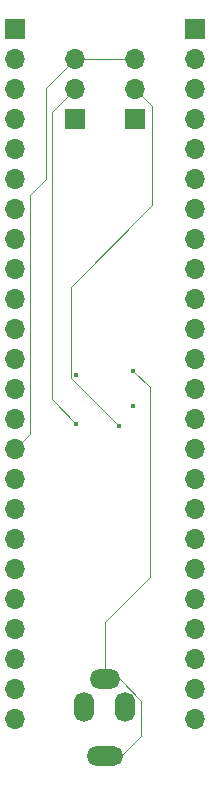
<source format=gbr>
%TF.GenerationSoftware,KiCad,Pcbnew,7.0.7-7.0.7~ubuntu22.04.1*%
%TF.CreationDate,2023-09-13T15:14:59+01:00*%
%TF.ProjectId,clvHd_master_teensy41,636c7648-645f-46d6-9173-7465725f7465,rev?*%
%TF.SameCoordinates,Original*%
%TF.FileFunction,Copper,L1,Top*%
%TF.FilePolarity,Positive*%
%FSLAX46Y46*%
G04 Gerber Fmt 4.6, Leading zero omitted, Abs format (unit mm)*
G04 Created by KiCad (PCBNEW 7.0.7-7.0.7~ubuntu22.04.1) date 2023-09-13 15:14:59*
%MOMM*%
%LPD*%
G01*
G04 APERTURE LIST*
G04 Aperture macros list*
%AMRoundRect*
0 Rectangle with rounded corners*
0 $1 Rounding radius*
0 $2 $3 $4 $5 $6 $7 $8 $9 X,Y pos of 4 corners*
0 Add a 4 corners polygon primitive as box body*
4,1,4,$2,$3,$4,$5,$6,$7,$8,$9,$2,$3,0*
0 Add four circle primitives for the rounded corners*
1,1,$1+$1,$2,$3*
1,1,$1+$1,$4,$5*
1,1,$1+$1,$6,$7*
1,1,$1+$1,$8,$9*
0 Add four rect primitives between the rounded corners*
20,1,$1+$1,$2,$3,$4,$5,0*
20,1,$1+$1,$4,$5,$6,$7,0*
20,1,$1+$1,$6,$7,$8,$9,0*
20,1,$1+$1,$8,$9,$2,$3,0*%
G04 Aperture macros list end*
%TA.AperFunction,ComponentPad*%
%ADD10R,1.700000X1.700000*%
%TD*%
%TA.AperFunction,ComponentPad*%
%ADD11O,1.700000X1.700000*%
%TD*%
%TA.AperFunction,ComponentPad*%
%ADD12RoundRect,0.800000X-0.050000X-0.450000X0.050000X-0.450000X0.050000X0.450000X-0.050000X0.450000X0*%
%TD*%
%TA.AperFunction,ComponentPad*%
%ADD13RoundRect,0.800000X-0.450000X0.050000X-0.450000X-0.050000X0.450000X-0.050000X0.450000X0.050000X0*%
%TD*%
%TA.AperFunction,ComponentPad*%
%ADD14RoundRect,0.800000X-0.700000X0.050000X-0.700000X-0.050000X0.700000X-0.050000X0.700000X0.050000X0*%
%TD*%
%TA.AperFunction,ViaPad*%
%ADD15C,0.400000*%
%TD*%
%TA.AperFunction,Conductor*%
%ADD16C,0.100000*%
%TD*%
G04 APERTURE END LIST*
D10*
%TO.P,J3,1,Pin_1*%
%TO.N,unconnected-(J3-Pin_1-Pad1)*%
X107645000Y-70800000D03*
D11*
%TO.P,J3,2,Pin_2*%
%TO.N,GND*%
X107645000Y-73340000D03*
%TO.P,J3,3,Pin_3*%
%TO.N,unconnected-(J3-Pin_3-Pad3)*%
X107645000Y-75880000D03*
%TO.P,J3,4,Pin_4*%
%TO.N,unconnected-(J3-Pin_4-Pad4)*%
X107645000Y-78420000D03*
%TO.P,J3,5,Pin_5*%
%TO.N,LED_OUT*%
X107645000Y-80960000D03*
%TO.P,J3,6,Pin_6*%
%TO.N,unconnected-(J3-Pin_6-Pad6)*%
X107645000Y-83500000D03*
%TO.P,J3,7,Pin_7*%
%TO.N,unconnected-(J3-Pin_7-Pad7)*%
X107645000Y-86040000D03*
%TO.P,J3,8,Pin_8*%
%TO.N,I2C_SCL*%
X107645000Y-88580000D03*
%TO.P,J3,9,Pin_9*%
%TO.N,I2C_SDA*%
X107645000Y-91120000D03*
%TO.P,J3,10,Pin_10*%
%TO.N,unconnected-(J3-Pin_10-Pad10)*%
X107645000Y-93660000D03*
%TO.P,J3,11,Pin_11*%
%TO.N,unconnected-(J3-Pin_11-Pad11)*%
X107645000Y-96200000D03*
%TO.P,J3,12,Pin_12*%
%TO.N,unconnected-(J3-Pin_12-Pad12)*%
X107645000Y-98740000D03*
%TO.P,J3,13,Pin_13*%
%TO.N,AUX1*%
X107645000Y-101280000D03*
%TO.P,J3,14,Pin_14*%
%TO.N,SCLK*%
X107645000Y-103820000D03*
%TO.P,J3,15,Pin_15*%
%TO.N,GND*%
X107645000Y-106360000D03*
%TO.P,J3,16,Pin_16*%
%TO.N,unconnected-(J3-Pin_16-Pad16)*%
X107645000Y-108900000D03*
%TO.P,J3,17,Pin_17*%
%TO.N,unconnected-(J3-Pin_17-Pad17)*%
X107645000Y-111440000D03*
%TO.P,J3,18,Pin_18*%
%TO.N,unconnected-(J3-Pin_18-Pad18)*%
X107645000Y-113980000D03*
%TO.P,J3,19,Pin_19*%
%TO.N,unconnected-(J3-Pin_19-Pad19)*%
X107645000Y-116520000D03*
%TO.P,J3,20,Pin_20*%
%TO.N,AUX2*%
X107645000Y-119060000D03*
%TO.P,J3,21,Pin_21*%
%TO.N,unconnected-(J3-Pin_21-Pad21)*%
X107645000Y-121600000D03*
%TO.P,J3,22,Pin_22*%
%TO.N,unconnected-(J3-Pin_22-Pad22)*%
X107645000Y-124140000D03*
%TO.P,J3,23,Pin_23*%
%TO.N,unconnected-(J3-Pin_23-Pad23)*%
X107645000Y-126680000D03*
%TO.P,J3,24,Pin_24*%
%TO.N,unconnected-(J3-Pin_24-Pad24)*%
X107645000Y-129220000D03*
%TD*%
D10*
%TO.P,J6,1,Pin_1*%
%TO.N,3V3_BAT*%
X97460000Y-78410000D03*
D11*
%TO.P,J6,2,Pin_2*%
%TO.N,+3.3V*%
X97460000Y-75870000D03*
%TO.P,J6,3,Pin_3*%
%TO.N,3V3_TEENSY*%
X97460000Y-73330000D03*
%TD*%
D10*
%TO.P,J2,1,Pin_1*%
%TO.N,5V_BAT*%
X102540000Y-78410000D03*
D11*
%TO.P,J2,2,Pin_2*%
%TO.N,+5VA*%
X102540000Y-75870000D03*
%TO.P,J2,3,Pin_3*%
%TO.N,3V3_TEENSY*%
X102540000Y-73330000D03*
%TD*%
D10*
%TO.P,J4,1,Pin_1*%
%TO.N,GND*%
X92405000Y-70800000D03*
D11*
%TO.P,J4,2,Pin_2*%
%TO.N,unconnected-(J4-Pin_2-Pad2)*%
X92405000Y-73340000D03*
%TO.P,J4,3,Pin_3*%
%TO.N,unconnected-(J4-Pin_3-Pad3)*%
X92405000Y-75880000D03*
%TO.P,J4,4,Pin_4*%
%TO.N,ADD_OUT1*%
X92405000Y-78420000D03*
%TO.P,J4,5,Pin_5*%
%TO.N,ADD_OUT2*%
X92405000Y-80960000D03*
%TO.P,J4,6,Pin_6*%
%TO.N,ADD_OUT3*%
X92405000Y-83500000D03*
%TO.P,J4,7,Pin_7*%
%TO.N,ADD_OUT4*%
X92405000Y-86040000D03*
%TO.P,J4,8,Pin_8*%
%TO.N,RESETB*%
X92405000Y-88580000D03*
%TO.P,J4,9,Pin_9*%
%TO.N,unconnected-(J4-Pin_9-Pad9)*%
X92405000Y-91120000D03*
%TO.P,J4,10,Pin_10*%
%TO.N,unconnected-(J4-Pin_10-Pad10)*%
X92405000Y-93660000D03*
%TO.P,J4,11,Pin_11*%
%TO.N,unconnected-(J4-Pin_11-Pad11)*%
X92405000Y-96200000D03*
%TO.P,J4,12,Pin_12*%
%TO.N,unconnected-(J4-Pin_12-Pad12)*%
X92405000Y-98740000D03*
%TO.P,J4,13,Pin_13*%
%TO.N,MOSI_DIN*%
X92405000Y-101280000D03*
%TO.P,J4,14,Pin_14*%
%TO.N,MISO_DOUT*%
X92405000Y-103820000D03*
%TO.P,J4,15,Pin_15*%
%TO.N,3V3_TEENSY*%
X92405000Y-106360000D03*
%TO.P,J4,16,Pin_16*%
%TO.N,unconnected-(J4-Pin_16-Pad16)*%
X92405000Y-108900000D03*
%TO.P,J4,17,Pin_17*%
%TO.N,unconnected-(J4-Pin_17-Pad17)*%
X92405000Y-111440000D03*
%TO.P,J4,18,Pin_18*%
%TO.N,unconnected-(J4-Pin_18-Pad18)*%
X92405000Y-113980000D03*
%TO.P,J4,19,Pin_19*%
%TO.N,unconnected-(J4-Pin_19-Pad19)*%
X92405000Y-116520000D03*
%TO.P,J4,20,Pin_20*%
%TO.N,unconnected-(J4-Pin_20-Pad20)*%
X92405000Y-119060000D03*
%TO.P,J4,21,Pin_21*%
%TO.N,unconnected-(J4-Pin_21-Pad21)*%
X92405000Y-121600000D03*
%TO.P,J4,22,Pin_22*%
%TO.N,unconnected-(J4-Pin_22-Pad22)*%
X92405000Y-124140000D03*
%TO.P,J4,23,Pin_23*%
%TO.N,unconnected-(J4-Pin_23-Pad23)*%
X92405000Y-126680000D03*
%TO.P,J4,24,Pin_24*%
%TO.N,unconnected-(J4-Pin_24-Pad24)*%
X92405000Y-129220000D03*
%TD*%
D12*
%TO.P,J5,1,T*%
%TO.N,GND*%
X101750000Y-128200000D03*
D13*
%TO.P,J5,2,R*%
%TO.N,IN_ref*%
X100000000Y-125900000D03*
D12*
%TO.P,J5,3,T*%
%TO.N,GND*%
X98250000Y-128200000D03*
D14*
%TO.P,J5,6,S*%
%TO.N,IN_ref*%
X100000000Y-132400000D03*
%TD*%
D15*
%TO.N,+3.3V*%
X97600000Y-104250000D03*
%TO.N,+5VA*%
X101200000Y-104450000D03*
%TO.N,GND*%
X102400000Y-102750000D03*
X97600000Y-100150000D03*
%TO.N,IN_ref*%
X102400000Y-99750000D03*
%TD*%
D16*
%TO.N,+3.3V*%
X97600000Y-104250000D02*
X95500000Y-102150000D01*
X95500000Y-102150000D02*
X95500000Y-77830000D01*
X95500000Y-77830000D02*
X97460000Y-75870000D01*
%TO.N,+5VA*%
X104000000Y-77330000D02*
X102540000Y-75870000D01*
X101200000Y-104450000D02*
X97100000Y-100350000D01*
X104000000Y-85750000D02*
X104000000Y-77330000D01*
X97100000Y-92650000D02*
X104000000Y-85750000D01*
X97100000Y-100350000D02*
X97100000Y-92650000D01*
%TO.N,IN_ref*%
X103100000Y-127720639D02*
X101279361Y-125900000D01*
X102400000Y-99750000D02*
X103800000Y-101150000D01*
X100000000Y-121050000D02*
X100000000Y-125900000D01*
X103800000Y-117250000D02*
X100000000Y-121050000D01*
X103100000Y-130655000D02*
X103100000Y-127720639D01*
X103800000Y-101150000D02*
X103800000Y-117250000D01*
X101279361Y-125900000D02*
X100000000Y-125900000D01*
X101355000Y-132400000D02*
X103100000Y-130655000D01*
X100000000Y-132400000D02*
X101355000Y-132400000D01*
%TO.N,3V3_TEENSY*%
X92405000Y-106360000D02*
X93650000Y-105115000D01*
X95000000Y-83500000D02*
X95000000Y-75790000D01*
X93650000Y-84850000D02*
X95000000Y-83500000D01*
X97460000Y-73330000D02*
X102540000Y-73330000D01*
X93650000Y-105115000D02*
X93650000Y-84850000D01*
X95000000Y-75790000D02*
X97460000Y-73330000D01*
%TD*%
M02*

</source>
